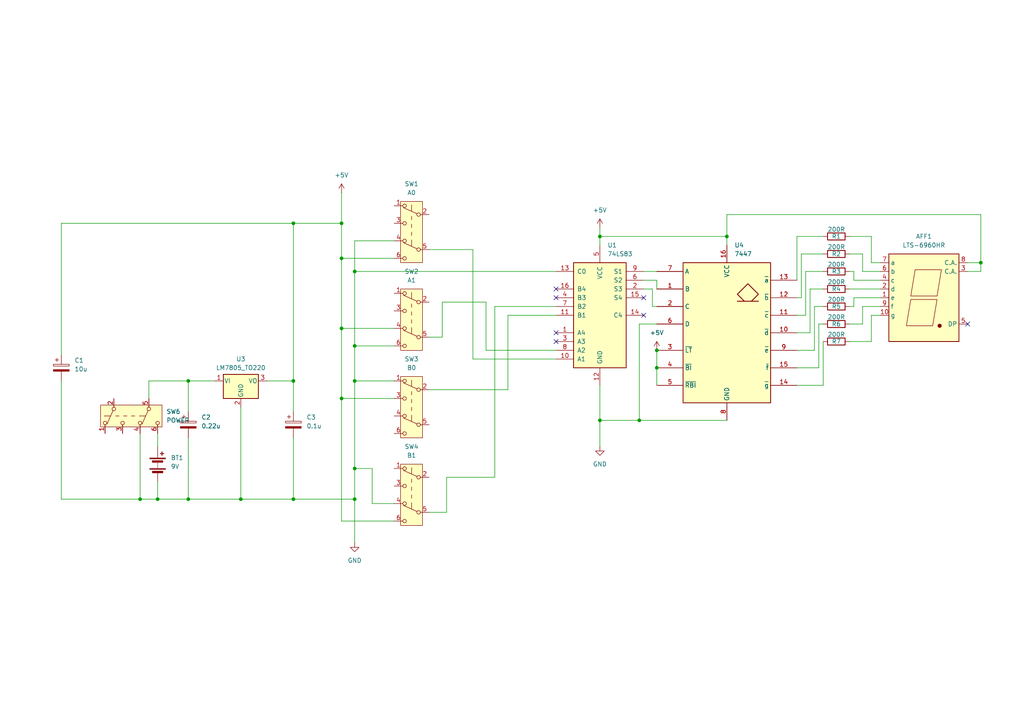
<source format=kicad_sch>
(kicad_sch (version 20250114) (generator "eeschema") (generator_version "9.0")
  (paper "A4")
  (lib_symbols
    (symbol "74xx:74LS83" (pin_names (offset 1.016))
      (property "Reference" "U" (at -7.62 16.51 0))
      (property "Value" "74LS83" (at -7.62 -16.51 0))
      (symbol "74LS83_1_0"
        (pin input line (at -12.7 12.7 0) (length 5.08) (name "C0") (number "13"))
        (pin input line (at -12.7 7.62 0) (length 5.08) (name "B4") (number "16"))
        (pin input line (at -12.7 5.08 0) (length 5.08) (name "B3") (number "4"))
        (pin input line (at -12.7 2.54 0) (length 5.08) (name "B2") (number "7"))
        (pin input line (at -12.7 0 0) (length 5.08) (name "B1") (number "11"))
        (pin input line (at -12.7 -5.08 0) (length 5.08) (name "A4") (number "1"))
        (pin input line (at -12.7 -7.62 0) (length 5.08) (name "A3") (number "3"))
        (pin input line (at -12.7 -10.16 0) (length 5.08) (name "A2") (number "8"))
        (pin input line (at -12.7 -12.7 0) (length 5.08) (name "A1") (number "10"))
        (pin power_in line (at 0 20.32 270) (length 5.08) (name "VCC") (number "5"))
        (pin power_in line (at 0 -20.32 90) (length 5.08) (name "GND") (number "12"))
        (pin output line (at 12.7 12.7 180) (length 5.08) (name "S1") (number "9"))
        (pin output line (at 12.7 10.16 180) (length 5.08) (name "S2") (number "6"))
        (pin output line (at 12.7 7.62 180) (length 5.08) (name "S3") (number "2"))
        (pin output line (at 12.7 5.08 180) (length 5.08) (name "S4") (number "15"))
        (pin output line (at 12.7 0 180) (length 5.08) (name "C4") (number "14"))
      )
      (symbol "74LS83_1_1"
        (rectangle (start -7.62 15.24) (end 7.62 -15.24) (stroke (width 0.254)) (fill (type background)))
      )
    )
    (symbol "74xx_IEEE:7447"
      (property "Reference" "U" (at 3.81 11.43 0))
      (property "Value" "7447" (at 6.35 -11.43 0))
      (symbol "7447_0_0"
        (rectangle (start -12.7 20.32) (end 12.7 -20.32) (stroke (width 0.254)) (fill (type background)))
        (polyline (pts (xy 7.112 9.144) (xy 9.144 11.176) (xy 6.096 14.224) (xy 3.048 11.176) (xy 5.08 9.144) (xy 3.048 9.144) (xy 9.144 9.144) (xy 9.144 9.144)) (stroke (width 0.254)) (fill (type background)))
        (pin power_in line (at 0 25.4 270) (length 5.08) (name "VCC") (number "16"))
        (pin power_in line (at 0 -25.4 90) (length 5.08) (name "GND") (number "8"))
      )
      (symbol "7447_1_1"
        (pin input line (at -20.32 17.78 0) (length 7.62) (name "A") (number "7"))
        (pin input line (at -20.32 12.7 0) (length 7.62) (name "B") (number "1"))
        (pin input line (at -20.32 7.62 0) (length 7.62) (name "C") (number "2"))
        (pin input line (at -20.32 2.54 0) (length 7.62) (name "D") (number "6"))
        (pin input line (at -20.32 -5.08 0) (length 7.62) (name "~{LT}") (number "3"))
        (pin input line (at -20.32 -10.16 0) (length 7.62) (name "~{BI}") (number "4"))
        (pin input line (at -20.32 -15.24 0) (length 7.62) (name "~{RBI}") (number "5"))
        (pin open_collector line (at 20.32 15.24 180) (length 7.62) (name "~{a}") (number "13"))
        (pin open_collector line (at 20.32 10.16 180) (length 7.62) (name "~{b}") (number "12"))
        (pin open_collector line (at 20.32 5.08 180) (length 7.62) (name "~{c}") (number "11"))
        (pin open_collector line (at 20.32 0 180) (length 7.62) (name "~{d}") (number "10"))
        (pin open_collector line (at 20.32 -5.08 180) (length 7.62) (name "~{e}") (number "9"))
        (pin open_collector line (at 20.32 -10.16 180) (length 7.62) (name "~{f}") (number "15"))
        (pin open_collector line (at 20.32 -15.24 180) (length 7.62) (name "~{g}") (number "14"))
      )
    )
    (symbol "Device:Battery" (pin_numbers (hide yes)) (pin_names (offset 0) (hide yes))
      (property "Reference" "BT" (at 2.54 2.54 0))
      (property "Value" "Battery" (at 2.54 0 0))
      (symbol "Battery_0_1"
        (rectangle (start -2.286 1.778) (end 2.286 1.524) (fill (type outline)))
        (rectangle (start -2.286 -1.27) (end 2.286 -1.524) (fill (type outline)))
        (rectangle (start -1.524 1.016) (end 1.524 0.508) (fill (type outline)))
        (rectangle (start -1.524 -2.032) (end 1.524 -2.54) (fill (type outline)))
        (polyline (pts (xy 0 1.778) (xy 0 2.54)))
        (polyline (pts (xy 0 0) (xy 0 0.254)))
        (polyline (pts (xy 0 -0.508) (xy 0 -0.254)))
        (polyline (pts (xy 0 -1.016) (xy 0 -0.762)))
        (polyline (pts (xy 0.762 3.048) (xy 1.778 3.048)) (stroke (width 0.254)))
        (polyline (pts (xy 1.27 3.556) (xy 1.27 2.54)) (stroke (width 0.254)))
      )
      (symbol "Battery_1_1"
        (pin passive line (at 0 5.08 270) (length 2.54) (name "+") (number "1"))
        (pin passive line (at 0 -5.08 90) (length 2.54) (name "-") (number "2"))
      )
    )
    (symbol "Device:C_Polarized" (pin_numbers (hide yes)) (pin_names (offset 0.254))
      (property "Reference" "C" (at 0.635 2.54 0))
      (property "Value" "C_Polarized" (at 0.635 -2.54 0))
      (symbol "C_Polarized_0_1"
        (rectangle (start -2.286 0.508) (end 2.286 1.016))
        (polyline (pts (xy -1.778 2.286) (xy -0.762 2.286)))
        (polyline (pts (xy -1.27 2.794) (xy -1.27 1.778)))
        (rectangle (start 2.286 -0.508) (end -2.286 -1.016) (fill (type outline)))
      )
      (symbol "C_Polarized_1_1"
        (pin passive line (at 0 3.81 270) (length 2.794) (name "~") (number "1"))
        (pin passive line (at 0 -3.81 90) (length 2.794) (name "~") (number "2"))
      )
    )
    (symbol "Device:R" (pin_numbers (hide yes)) (pin_names (offset 0))
      (property "Reference" "R" (at 2.032 0 90))
      (property "Value" "R" (at 0 0 90))
      (symbol "R_0_1"
        (rectangle (start -1.016 -2.54) (end 1.016 2.54) (stroke (width 0.254)))
      )
      (symbol "R_1_1"
        (pin passive line (at 0 3.81 270) (length 1.27) (name "~") (number "1"))
        (pin passive line (at 0 -3.81 90) (length 1.27) (name "~") (number "2"))
      )
    )
    (symbol "Display_Character:LTS-6960HR"
      (property "Reference" "AFF" (at -7.874 13.97 0))
      (property "Value" "LTS-6960HR" (at -2.032 13.97 0))
      (symbol "LTS-6960HR_0_1"
        (rectangle (start -10.16 12.7) (end 10.16 -12.7) (stroke (width 0.254)) (fill (type background)))
        (polyline (pts (xy -3.81 -0.508) (xy 3.81 -0.508) (xy 2.54 -8.128) (xy -5.08 -8.128) (xy -3.81 -0.508) (xy -3.81 -0.508)))
        (polyline (pts (xy -2.54 8.128) (xy 5.08 8.128) (xy 3.81 0.508) (xy -3.81 0.508) (xy -2.54 8.128) (xy -2.54 8.128)))
        (circle (center 4.572 -8.128) (radius 0.508) (fill (type outline)))
      )
      (symbol "LTS-6960HR_1_1"
        (pin passive line (at -12.7 10.16 0) (length 2.54) (name "a") (number "7"))
        (pin passive line (at -12.7 7.62 0) (length 2.54) (name "b") (number "6"))
        (pin passive line (at -12.7 5.08 0) (length 2.54) (name "c") (number "4"))
        (pin passive line (at -12.7 2.54 0) (length 2.54) (name "d") (number "2"))
        (pin passive line (at -12.7 0 0) (length 2.54) (name "e") (number "1"))
        (pin passive line (at -12.7 -2.54 0) (length 2.54) (name "f") (number "9"))
        (pin passive line (at -12.7 -5.08 0) (length 2.54) (name "g") (number "10"))
        (pin passive line (at 12.7 10.16 180) (length 2.54) (name "C.A.") (number "8"))
        (pin passive line (at 12.7 7.62 180) (length 2.54) (name "C.A.") (number "3"))
        (pin passive line (at 12.7 -7.62 180) (length 2.54) (name "DP") (number "5"))
      )
    )
    (symbol "Regulator_Linear:LM7805_TO220" (pin_names (offset 0.254))
      (property "Reference" "U" (at -3.81 3.175 0))
      (property "Value" "LM7805_TO220" (at 0 3.175 0))
      (symbol "LM7805_TO220_0_1"
        (rectangle (start -5.08 1.905) (end 5.08 -5.08) (stroke (width 0.254)) (fill (type background)))
      )
      (symbol "LM7805_TO220_1_1"
        (pin power_in line (at -7.62 0 0) (length 2.54) (name "VI") (number "1"))
        (pin power_in line (at 0 -7.62 90) (length 2.54) (name "GND") (number "2"))
        (pin power_out line (at 7.62 0 180) (length 2.54) (name "VO") (number "3"))
      )
    )
    (symbol "Switch:SW_Push_DPDT" (pin_names (offset 0) (hide yes))
      (property "Reference" "SW" (at 0 10.16 0))
      (property "Value" "SW_Push_DPDT" (at 0 -10.16 0))
      (symbol "SW_Push_DPDT_0_0"
        (circle (center -2.032 5.08) (radius 0.508))
        (circle (center -2.032 -5.08) (radius 0.508))
        (circle (center 2.032 2.54) (radius 0.508))
        (circle (center 2.032 -7.62) (radius 0.508))
      )
      (symbol "SW_Push_DPDT_0_1"
        (polyline (pts (xy -1.524 5.334) (xy 2.3368 7.0612)))
        (polyline (pts (xy -1.524 -4.826) (xy 2.3368 -3.0988)))
        (polyline (pts (xy 0 7.874) (xy 0 6.096)))
        (polyline (pts (xy 0 3.556) (xy 0 4.572)))
        (polyline (pts (xy 0 1.27) (xy 0 2.286)))
        (polyline (pts (xy 0 -1.016) (xy 0 0)))
        (polyline (pts (xy 0 -2.286) (xy 0 -4.064)))
        (circle (center 2.032 7.62) (radius 0.508))
        (circle (center 2.032 -2.54) (radius 0.508))
      )
      (symbol "SW_Push_DPDT_1_1"
        (rectangle (start -3.175 8.89) (end 3.175 -8.89) (fill (type background)))
        (pin passive line (at -5.08 5.08 0) (length 2.54) (name "B") (number "2"))
        (pin passive line (at -5.08 -5.08 0) (length 2.54) (name "B") (number "5"))
        (pin passive line (at 5.08 7.62 180) (length 2.54) (name "A") (number "1"))
        (pin passive line (at 5.08 2.54 180) (length 2.54) (name "C") (number "3"))
        (pin passive line (at 5.08 -2.54 180) (length 2.54) (name "A") (number "4"))
        (pin passive line (at 5.08 -7.62 180) (length 2.54) (name "C") (number "6"))
      )
    )
    (symbol "power:+5V" (power) (pin_numbers (hide yes)) (pin_names (offset 0) (hide yes))
      (property "Value" "+5V" (at 0 3.556 0))
      (symbol "+5V_0_1"
        (polyline (pts (xy -0.762 1.27) (xy 0 2.54)))
        (polyline (pts (xy 0 2.54) (xy 0.762 1.27)))
        (polyline (pts (xy 0 0) (xy 0 2.54)))
      )
      (symbol "+5V_1_1"
        (pin power_in line (at 0 0 90) (length 0) (name "~") (number "1"))
      )
    )
    (symbol "power:GND" (power) (pin_numbers (hide yes)) (pin_names (offset 0) (hide yes))
      (property "Value" "GND" (at 0 -3.81 0))
      (symbol "GND_0_1"
        (polyline (pts (xy 0 0) (xy 0 -1.27) (xy 1.27 -1.27) (xy 0 -2.54) (xy -1.27 -1.27) (xy 0 -1.27)))
      )
      (symbol "GND_1_1"
        (pin power_in line (at 0 0 270) (length 0) (name "~") (number "1"))
      )
    )
  )
  (junction (at 102.87 100.33))
  (junction (at 85.09 110.49))
  (junction (at 99.06 115.57))
  (junction (at 173.99 68.58))
  (junction (at 69.85 144.78))
  (junction (at 190.5 101.6))
  (junction (at 185.42 121.92))
  (junction (at 173.99 121.92))
  (junction (at 102.87 110.49))
  (junction (at 54.61 110.49))
  (junction (at 102.87 78.74))
  (junction (at 85.09 144.78))
  (junction (at 102.87 135.89))
  (junction (at 85.09 64.77))
  (junction (at 40.64 144.78))
  (junction (at 210.82 68.58))
  (junction (at 54.61 144.78))
  (junction (at 284.48 76.2))
  (junction (at 99.06 95.25))
  (junction (at 99.06 64.77))
  (junction (at 45.72 144.78))
  (junction (at 102.87 144.78))
  (junction (at 190.5 106.68))
  (junction (at 99.06 74.93))
  (no_connect (at 186.69 91.44))
  (no_connect (at 161.29 83.82))
  (no_connect (at 280.67 93.98))
  (no_connect (at 161.29 86.36))
  (no_connect (at 186.69 86.36))
  (no_connect (at 161.29 96.52))
  (no_connect (at 161.29 99.06))
  (wire (pts (xy 137.16 104.14) (xy 161.29 104.14)))
  (wire (pts (xy 190.5 101.6) (xy 190.5 106.68)))
  (wire (pts (xy 190.5 81.28) (xy 190.5 83.82)))
  (wire (pts (xy 69.85 118.11) (xy 69.85 144.78)))
  (wire (pts (xy 147.32 113.03) (xy 147.32 91.44)))
  (wire (pts (xy 247.65 81.28) (xy 247.65 78.74)))
  (wire (pts (xy 246.38 88.9) (xy 247.65 88.9)))
  (wire (pts (xy 17.78 64.77) (xy 85.09 64.77)))
  (wire (pts (xy 102.87 135.89) (xy 102.87 144.78)))
  (wire (pts (xy 185.42 93.98) (xy 185.42 121.92)))
  (wire (pts (xy 284.48 62.23) (xy 284.48 76.2)))
  (wire (pts (xy 232.41 86.36) (xy 231.14 86.36)))
  (wire (pts (xy 102.87 100.33) (xy 114.3 100.33)))
  (wire (pts (xy 250.19 78.74) (xy 250.19 73.66)))
  (wire (pts (xy 237.49 93.98) (xy 237.49 106.68)))
  (wire (pts (xy 45.72 129.54) (xy 45.72 125.73)))
  (wire (pts (xy 234.95 83.82) (xy 238.76 83.82)))
  (wire (pts (xy 252.73 76.2) (xy 255.27 76.2)))
  (wire (pts (xy 173.99 121.92) (xy 185.42 121.92)))
  (wire (pts (xy 232.41 73.66) (xy 238.76 73.66)))
  (wire (pts (xy 85.09 64.77) (xy 99.06 64.77)))
  (wire (pts (xy 102.87 110.49) (xy 102.87 135.89)))
  (wire (pts (xy 99.06 115.57) (xy 99.06 151.13)))
  (wire (pts (xy 45.72 139.7) (xy 45.72 144.78)))
  (wire (pts (xy 143.51 138.43) (xy 143.51 88.9)))
  (wire (pts (xy 246.38 83.82) (xy 255.27 83.82)))
  (wire (pts (xy 233.68 91.44) (xy 231.14 91.44)))
  (wire (pts (xy 252.73 68.58) (xy 252.73 76.2)))
  (wire (pts (xy 210.82 68.58) (xy 210.82 71.12)))
  (wire (pts (xy 40.64 144.78) (xy 45.72 144.78)))
  (wire (pts (xy 250.19 93.98) (xy 250.19 88.9)))
  (wire (pts (xy 85.09 110.49) (xy 85.09 119.38)))
  (wire (pts (xy 102.87 110.49) (xy 114.3 110.49)))
  (wire (pts (xy 102.87 144.78) (xy 102.87 157.48)))
  (wire (pts (xy 255.27 81.28) (xy 247.65 81.28)))
  (wire (pts (xy 43.18 110.49) (xy 54.61 110.49)))
  (wire (pts (xy 186.69 83.82) (xy 189.23 83.82)))
  (wire (pts (xy 107.95 146.05) (xy 114.3 146.05)))
  (wire (pts (xy 210.82 62.23) (xy 284.48 62.23)))
  (wire (pts (xy 124.46 113.03) (xy 147.32 113.03)))
  (wire (pts (xy 173.99 68.58) (xy 210.82 68.58)))
  (wire (pts (xy 77.47 110.49) (xy 85.09 110.49)))
  (wire (pts (xy 250.19 73.66) (xy 246.38 73.66)))
  (wire (pts (xy 231.14 111.76) (xy 238.76 111.76)))
  (wire (pts (xy 232.41 73.66) (xy 232.41 86.36)))
  (wire (pts (xy 85.09 144.78) (xy 102.87 144.78)))
  (wire (pts (xy 40.64 125.73) (xy 40.64 144.78)))
  (wire (pts (xy 17.78 102.87) (xy 17.78 64.77)))
  (wire (pts (xy 231.14 68.58) (xy 231.14 81.28)))
  (wire (pts (xy 54.61 127) (xy 54.61 144.78)))
  (wire (pts (xy 102.87 100.33) (xy 102.87 110.49)))
  (wire (pts (xy 231.14 68.58) (xy 238.76 68.58)))
  (wire (pts (xy 173.99 121.92) (xy 173.99 111.76)))
  (wire (pts (xy 143.51 88.9) (xy 161.29 88.9)))
  (wire (pts (xy 99.06 55.88) (xy 99.06 64.77)))
  (wire (pts (xy 280.67 76.2) (xy 284.48 76.2)))
  (wire (pts (xy 124.46 97.79) (xy 128.27 97.79)))
  (wire (pts (xy 99.06 74.93) (xy 99.06 95.25)))
  (wire (pts (xy 102.87 78.74) (xy 102.87 100.33)))
  (wire (pts (xy 124.46 72.39) (xy 137.16 72.39)))
  (wire (pts (xy 128.27 87.63) (xy 140.97 87.63)))
  (wire (pts (xy 190.5 106.68) (xy 190.5 111.76)))
  (wire (pts (xy 17.78 144.78) (xy 40.64 144.78)))
  (wire (pts (xy 210.82 68.58) (xy 210.82 62.23)))
  (wire (pts (xy 129.54 138.43) (xy 143.51 138.43)))
  (wire (pts (xy 250.19 88.9) (xy 255.27 88.9)))
  (wire (pts (xy 54.61 110.49) (xy 62.23 110.49)))
  (wire (pts (xy 69.85 144.78) (xy 85.09 144.78)))
  (wire (pts (xy 102.87 69.85) (xy 114.3 69.85)))
  (wire (pts (xy 189.23 83.82) (xy 189.23 88.9)))
  (wire (pts (xy 190.5 93.98) (xy 185.42 93.98)))
  (wire (pts (xy 247.65 86.36) (xy 255.27 86.36)))
  (wire (pts (xy 246.38 99.06) (xy 252.73 99.06)))
  (wire (pts (xy 173.99 129.54) (xy 173.99 121.92)))
  (wire (pts (xy 102.87 135.89) (xy 107.95 135.89)))
  (wire (pts (xy 280.67 78.74) (xy 284.48 78.74)))
  (wire (pts (xy 247.65 78.74) (xy 246.38 78.74)))
  (wire (pts (xy 186.69 78.74) (xy 190.5 78.74)))
  (wire (pts (xy 140.97 101.6) (xy 161.29 101.6)))
  (wire (pts (xy 233.68 78.74) (xy 233.68 91.44)))
  (wire (pts (xy 43.18 110.49) (xy 43.18 115.57)))
  (wire (pts (xy 85.09 64.77) (xy 85.09 110.49)))
  (wire (pts (xy 237.49 93.98) (xy 238.76 93.98)))
  (wire (pts (xy 147.32 91.44) (xy 161.29 91.44)))
  (wire (pts (xy 252.73 91.44) (xy 255.27 91.44)))
  (wire (pts (xy 173.99 68.58) (xy 173.99 71.12)))
  (wire (pts (xy 189.23 88.9) (xy 190.5 88.9)))
  (wire (pts (xy 99.06 115.57) (xy 114.3 115.57)))
  (wire (pts (xy 185.42 121.92) (xy 210.82 121.92)))
  (wire (pts (xy 99.06 95.25) (xy 114.3 95.25)))
  (wire (pts (xy 255.27 78.74) (xy 250.19 78.74)))
  (wire (pts (xy 102.87 78.74) (xy 161.29 78.74)))
  (wire (pts (xy 246.38 68.58) (xy 252.73 68.58)))
  (wire (pts (xy 238.76 99.06) (xy 238.76 111.76)))
  (wire (pts (xy 45.72 144.78) (xy 54.61 144.78)))
  (wire (pts (xy 54.61 110.49) (xy 54.61 119.38)))
  (wire (pts (xy 85.09 127) (xy 85.09 144.78)))
  (wire (pts (xy 247.65 88.9) (xy 247.65 86.36)))
  (wire (pts (xy 233.68 78.74) (xy 238.76 78.74)))
  (wire (pts (xy 107.95 135.89) (xy 107.95 146.05)))
  (wire (pts (xy 99.06 151.13) (xy 114.3 151.13)))
  (wire (pts (xy 129.54 148.59) (xy 129.54 138.43)))
  (wire (pts (xy 186.69 81.28) (xy 190.5 81.28)))
  (wire (pts (xy 137.16 72.39) (xy 137.16 104.14)))
  (wire (pts (xy 99.06 95.25) (xy 99.06 115.57)))
  (wire (pts (xy 128.27 87.63) (xy 128.27 97.79)))
  (wire (pts (xy 231.14 96.52) (xy 234.95 96.52)))
  (wire (pts (xy 99.06 64.77) (xy 99.06 74.93)))
  (wire (pts (xy 246.38 93.98) (xy 250.19 93.98)))
  (wire (pts (xy 140.97 87.63) (xy 140.97 101.6)))
  (wire (pts (xy 231.14 101.6) (xy 236.22 101.6)))
  (wire (pts (xy 236.22 88.9) (xy 238.76 88.9)))
  (wire (pts (xy 234.95 96.52) (xy 234.95 83.82)))
  (wire (pts (xy 173.99 66.04) (xy 173.99 68.58)))
  (wire (pts (xy 17.78 110.49) (xy 17.78 144.78)))
  (wire (pts (xy 284.48 76.2) (xy 284.48 78.74)))
  (wire (pts (xy 54.61 144.78) (xy 69.85 144.78)))
  (wire (pts (xy 236.22 88.9) (xy 236.22 101.6)))
  (wire (pts (xy 124.46 148.59) (xy 129.54 148.59)))
  (wire (pts (xy 102.87 69.85) (xy 102.87 78.74)))
  (wire (pts (xy 252.73 99.06) (xy 252.73 91.44)))
  (wire (pts (xy 231.14 106.68) (xy 237.49 106.68)))
  (wire (pts (xy 99.06 74.93) (xy 114.3 74.93)))
  (symbol (lib_id "power:GND") (at 102.87 157.48 0) (unit 1)
    (property "Reference" "#PWR03" (effects (hide yes)))
    (property "Value" "GND" (at 102.87 162.56 0))
    (property "Description" "Power symbol creates a global label with name \"GND\" , ground" (effects (hide yes)))
  )
  (symbol (lib_id "power:+5V") (at 190.5 101.6 0) (unit 1)
    (property "Reference" "#PWR05" (effects (hide yes)))
    (property "Value" "+5V" (at 190.5 96.52 0))
    (property "Description" "Power symbol creates a global label with name \"+5V\"" (effects (hide yes)))
  )
  (symbol (lib_id "Device:R") (at 242.57 99.06 90) (unit 1)
    (property "Reference" "R7" (at 242.57 99.06 90))
    (property "Value" "200R" (at 242.57 97.028 90))
    (property "Footprint" "Resistor_THT:R_Axial_DIN0207_L6.3mm_D2.5mm_P7.62mm_Horizontal" (effects (hide yes)))
    (property "Description" "Resistor" (effects (hide yes)))
  )
  (symbol (lib_id "Device:R") (at 242.57 68.58 90) (unit 1)
    (property "Reference" "R1" (at 242.57 68.58 90))
    (property "Value" "200R" (at 242.57 66.548 90))
    (property "Footprint" "Resistor_THT:R_Axial_DIN0207_L6.3mm_D2.5mm_P7.62mm_Horizontal" (effects (hide yes)))
    (property "Description" "Resistor" (effects (hide yes)))
  )
  (symbol (lib_id "power:GND") (at 173.99 129.54 0) (unit 1)
    (property "Reference" "#PWR02" (effects (hide yes)))
    (property "Value" "GND" (at 173.99 134.62 0))
    (property "Description" "Power symbol creates a global label with name \"GND\" , ground" (effects (hide yes)))
  )
  (symbol (lib_id "Device:C_Polarized") (at 54.61 123.19 0) (unit 1)
    (property "Reference" "C2" (at 58.42 121.0309 0) (effects (justify left)))
    (property "Value" "0.22u" (at 58.42 123.5709 0) (effects (justify left)))
    (property "Footprint" "Capacitor_THT:CP_Radial_D8.0mm_P3.50mm" (effects (hide yes)))
    (property "Description" "Polarized capacitor" (effects (hide yes)))
  )
  (symbol (lib_id "Device:R") (at 242.57 93.98 90) (unit 1)
    (property "Reference" "R6" (at 242.57 93.98 90))
    (property "Value" "200R" (at 242.57 91.948 90))
    (property "Footprint" "Resistor_THT:R_Axial_DIN0207_L6.3mm_D2.5mm_P7.62mm_Horizontal" (effects (hide yes)))
    (property "Description" "Resistor" (effects (hide yes)))
  )
  (symbol (lib_id "Device:R") (at 242.57 73.66 90) (unit 1)
    (property "Reference" "R2" (at 242.57 73.66 90))
    (property "Value" "200R" (at 242.57 71.628 90))
    (property "Footprint" "Resistor_THT:R_Axial_DIN0207_L6.3mm_D2.5mm_P7.62mm_Horizontal" (effects (hide yes)))
    (property "Description" "Resistor" (effects (hide yes)))
  )
  (symbol (lib_id "Switch:SW_Push_DPDT") (at 119.38 143.51 0) (mirror y) (unit 1)
    (property "Reference" "SW4" (at 119.38 129.54 0))
    (property "Value" "B1" (at 119.38 132.08 0))
    (property "Footprint" "Button_Switch_THT:SW_Push_2P2T_Toggle_CK_PVA2xxH2xxxxxxV2" (effects (hide yes)))
    (property "Description" "Momentary Switch, dual pole double throw" (effects (hide yes)))
  )
  (symbol (lib_id "Regulator_Linear:LM7805_TO220") (at 69.85 110.49 0) (unit 1)
    (property "Reference" "U3" (at 69.85 104.14 0))
    (property "Value" "LM7805_TO220" (at 69.85 106.68 0))
    (property "Footprint" "Package_TO_SOT_THT:TO-220-3_Horizontal_TabDown" (effects (hide yes)))
    (property "Datasheet" "https://www.onsemi.cn/PowerSolutions/document/MC7800-D.PDF" (effects (hide yes)))
    (property "Description" "Positive 1A 35V Linear Regulator, Fixed Output 5V, TO-220" (effects (hide yes)))
  )
  (symbol (lib_id "power:+5V") (at 99.06 55.88 0) (unit 1)
    (property "Reference" "#PWR04" (effects (hide yes)))
    (property "Value" "+5V" (at 99.06 50.8 0))
    (property "Description" "Power symbol creates a global label with name \"+5V\"" (effects (hide yes)))
  )
  (symbol (lib_id "Device:R") (at 242.57 78.74 90) (unit 1)
    (property "Reference" "R3" (at 242.57 78.74 90))
    (property "Value" "200R" (at 242.57 76.708 90))
    (property "Footprint" "Resistor_THT:R_Axial_DIN0207_L6.3mm_D2.5mm_P7.62mm_Horizontal" (effects (hide yes)))
    (property "Description" "Resistor" (effects (hide yes)))
  )
  (symbol (lib_id "74xx_IEEE:7447") (at 210.82 96.52 0) (unit 1)
    (property "Reference" "U4" (at 213.0141 71.12 0) (effects (justify left)))
    (property "Value" "7447" (at 213.0141 73.66 0) (effects (justify left)))
    (property "Footprint" "Package_DIP:DIP-16_W7.62mm_Socket_LongPads" (effects (hide yes)))
  )
  (symbol (lib_id "74xx:74LS83") (at 173.99 91.44 0) (unit 1)
    (property "Reference" "U1" (at 176.1841 71.12 0) (effects (justify left)))
    (property "Value" "74LS83" (at 176.1841 73.66 0) (effects (justify left)))
    (property "Footprint" "Package_DIP:DIP-16_W7.62mm_Socket_LongPads" (effects (hide yes)))
    (property "Datasheet" "http://www.ti.com/lit/gpn/sn74LS83" (effects (hide yes)))
    (property "Description" "4-bit Full Adder" (effects (hide yes)))
  )
  (symbol (lib_id "Switch:SW_Push_DPDT") (at 119.38 67.31 0) (mirror y) (unit 1)
    (property "Reference" "SW1" (at 119.38 53.34 0))
    (property "Value" "A0" (at 119.38 55.88 0))
    (property "Footprint" "Button_Switch_THT:SW_Push_2P2T_Toggle_CK_PVA2xxH2xxxxxxV2" (effects (hide yes)))
    (property "Description" "Momentary Switch, dual pole double throw" (effects (hide yes)))
  )
  (symbol (lib_id "Display_Character:LTS-6960HR") (at 267.97 86.36 0) (unit 1)
    (property "Reference" "AFF1" (at 267.97 68.58 0))
    (property "Value" "LTS-6960HR" (at 267.97 71.12 0))
    (property "Footprint" "Display_7Segment:7SegmentLED_LTS6760_LTS6780" (effects (hide yes)))
    (property "Datasheet" "https://datasheet.octopart.com/LTS-6960HR-Lite-On-datasheet-11803242.pdf" (effects (hide yes)))
    (property "Description" "DISPLAY 7 SEGMENTS common A." (effects (hide yes)))
  )
  (symbol (lib_id "Device:Battery") (at 45.72 134.62 0) (unit 1)
    (property "Reference" "BT1" (at 49.53 132.7784 0) (effects (justify left)))
    (property "Value" "9V" (at 49.53 135.3184 0) (effects (justify left)))
    (property "Footprint" "Connector_JST:JST_XH_B2B-XH-A_1x02_P2.50mm_Vertical" (effects (hide yes)))
    (property "Description" "Multiple-cell battery" (effects (hide yes)))
  )
  (symbol (lib_id "Device:R") (at 242.57 88.9 90) (unit 1)
    (property "Reference" "R5" (at 242.57 88.9 90))
    (property "Value" "200R" (at 242.57 86.868 90))
    (property "Footprint" "Resistor_THT:R_Axial_DIN0207_L6.3mm_D2.5mm_P7.62mm_Horizontal" (effects (hide yes)))
    (property "Description" "Resistor" (effects (hide yes)))
  )
  (symbol (lib_id "Switch:SW_Push_DPDT") (at 38.1 120.65 90) (mirror x) (unit 1)
    (property "Reference" "SW6" (at 48.26 119.3799 90) (effects (justify right)))
    (property "Value" "POWER" (at 48.26 121.9199 90) (effects (justify right)))
    (property "Footprint" "Button_Switch_THT:SW_Push_2P2T_Toggle_CK_PVA2xxH2xxxxxxV2" (effects (hide yes)))
    (property "Description" "Momentary Switch, dual pole double throw" (effects (hide yes)))
  )
  (symbol (lib_id "Switch:SW_Push_DPDT") (at 119.38 118.11 0) (mirror y) (unit 1)
    (property "Reference" "SW3" (at 119.38 104.14 0))
    (property "Value" "B0" (at 119.38 106.68 0))
    (property "Footprint" "Button_Switch_THT:SW_Push_2P2T_Toggle_CK_PVA2xxH2xxxxxxV2" (effects (hide yes)))
    (property "Description" "Momentary Switch, dual pole double throw" (effects (hide yes)))
  )
  (symbol (lib_id "Device:C_Polarized") (at 17.78 106.68 0) (unit 1)
    (property "Reference" "C1" (at 21.59 104.5209 0) (effects (justify left)))
    (property "Value" "10u" (at 21.59 107.0609 0) (effects (justify left)))
    (property "Footprint" "Capacitor_THT:CP_Radial_D8.0mm_P3.50mm" (effects (hide yes)))
    (property "Description" "Polarized capacitor" (effects (hide yes)))
  )
  (symbol (lib_id "Device:R") (at 242.57 83.82 90) (unit 1)
    (property "Reference" "R4" (at 242.57 83.82 90))
    (property "Value" "200R" (at 242.57 81.788 90))
    (property "Footprint" "Resistor_THT:R_Axial_DIN0207_L6.3mm_D2.5mm_P7.62mm_Horizontal" (effects (hide yes)))
    (property "Description" "Resistor" (effects (hide yes)))
  )
  (symbol (lib_id "Device:C_Polarized") (at 85.09 123.19 0) (unit 1)
    (property "Reference" "C3" (at 88.9 121.0309 0) (effects (justify left)))
    (property "Value" "0.1u" (at 88.9 123.5709 0) (effects (justify left)))
    (property "Footprint" "Capacitor_THT:CP_Radial_D8.0mm_P3.50mm" (effects (hide yes)))
    (property "Description" "Polarized capacitor" (effects (hide yes)))
  )
  (symbol (lib_id "power:+5V") (at 173.99 66.04 0) (unit 1)
    (property "Reference" "#PWR01" (effects (hide yes)))
    (property "Value" "+5V" (at 173.99 60.96 0))
    (property "Description" "Power symbol creates a global label with name \"+5V\"" (effects (hide yes)))
  )
  (symbol (lib_id "Switch:SW_Push_DPDT") (at 119.38 92.71 0) (mirror y) (unit 1)
    (property "Reference" "SW2" (at 119.38 78.74 0))
    (property "Value" "A1" (at 119.38 81.28 0))
    (property "Footprint" "Button_Switch_THT:SW_Push_2P2T_Toggle_CK_PVA2xxH2xxxxxxV2" (effects (hide yes)))
    (property "Description" "Momentary Switch, dual pole double throw" (effects (hide yes)))
  )
)
</source>
